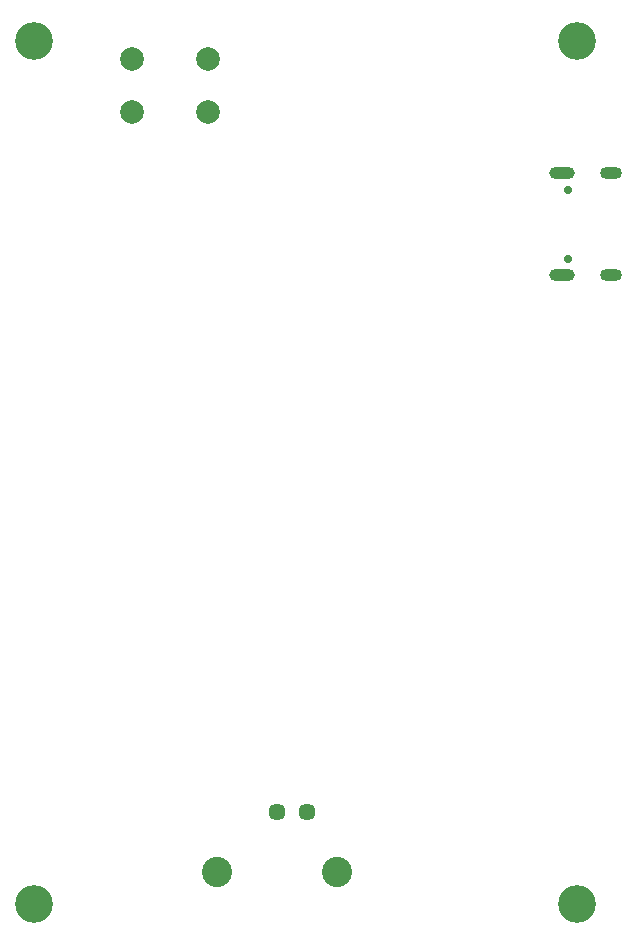
<source format=gbr>
%TF.GenerationSoftware,KiCad,Pcbnew,9.0.0*%
%TF.CreationDate,2025-02-25T08:09:40-06:00*%
%TF.ProjectId,Fatigue Test Board,46617469-6775-4652-9054-65737420426f,-*%
%TF.SameCoordinates,Original*%
%TF.FileFunction,Soldermask,Bot*%
%TF.FilePolarity,Negative*%
%FSLAX46Y46*%
G04 Gerber Fmt 4.6, Leading zero omitted, Abs format (unit mm)*
G04 Created by KiCad (PCBNEW 9.0.0) date 2025-02-25 08:09:40*
%MOMM*%
%LPD*%
G01*
G04 APERTURE LIST*
%ADD10C,1.447800*%
%ADD11C,2.565400*%
%ADD12C,0.700000*%
%ADD13O,2.150000X1.050000*%
%ADD14O,1.850000X1.050000*%
%ADD15C,3.200000*%
%ADD16C,2.000000*%
G04 APERTURE END LIST*
D10*
%TO.C,J300*%
X140507400Y-127210903D03*
X143047400Y-127210903D03*
D11*
X135427400Y-132290903D03*
X145587400Y-132290903D03*
%TD*%
D12*
%TO.C,J200*%
X165177500Y-80322500D03*
X165177500Y-74542500D03*
D13*
X164677500Y-81752500D03*
X164677500Y-73112500D03*
D14*
X168827500Y-81752500D03*
X168827500Y-73112500D03*
%TD*%
D15*
%TO.C,H3*%
X119965000Y-61932500D03*
%TD*%
D16*
%TO.C,SW200*%
X128215000Y-63432500D03*
X134715000Y-63432500D03*
X128215000Y-67932500D03*
X134715000Y-67932500D03*
%TD*%
D15*
%TO.C,H4*%
X119965000Y-134932500D03*
%TD*%
%TO.C,H1*%
X165965000Y-134932500D03*
%TD*%
%TO.C,H2*%
X165965000Y-61932500D03*
%TD*%
M02*

</source>
